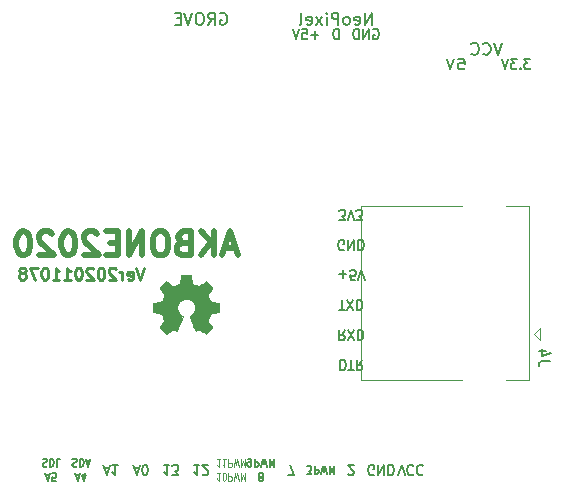
<source format=gbr>
G04 #@! TF.GenerationSoftware,KiCad,Pcbnew,5.1.7-a382d34a8~87~ubuntu20.04.1*
G04 #@! TF.CreationDate,2020-11-07T19:00:24+09:00*
G04 #@! TF.ProjectId,AKBONE2020LGT8F,414b424f-4e45-4323-9032-304c47543846,rev?*
G04 #@! TF.SameCoordinates,Original*
G04 #@! TF.FileFunction,Legend,Bot*
G04 #@! TF.FilePolarity,Positive*
%FSLAX46Y46*%
G04 Gerber Fmt 4.6, Leading zero omitted, Abs format (unit mm)*
G04 Created by KiCad (PCBNEW 5.1.7-a382d34a8~87~ubuntu20.04.1) date 2020-11-07 19:00:24*
%MOMM*%
%LPD*%
G01*
G04 APERTURE LIST*
%ADD10C,0.250000*%
%ADD11C,0.500000*%
%ADD12C,0.170000*%
%ADD13C,0.200000*%
%ADD14C,0.150000*%
%ADD15C,0.125000*%
%ADD16C,0.002540*%
%ADD17C,0.120000*%
G04 APERTURE END LIST*
D10*
X195857142Y-108672380D02*
X195523809Y-109672380D01*
X195190476Y-108672380D01*
X194476190Y-109624761D02*
X194571428Y-109672380D01*
X194761904Y-109672380D01*
X194857142Y-109624761D01*
X194904761Y-109529523D01*
X194904761Y-109148571D01*
X194857142Y-109053333D01*
X194761904Y-109005714D01*
X194571428Y-109005714D01*
X194476190Y-109053333D01*
X194428571Y-109148571D01*
X194428571Y-109243809D01*
X194904761Y-109339047D01*
X194000000Y-109672380D02*
X194000000Y-109005714D01*
X194000000Y-109196190D02*
X193952380Y-109100952D01*
X193904761Y-109053333D01*
X193809523Y-109005714D01*
X193714285Y-109005714D01*
X193428571Y-108767619D02*
X193380952Y-108720000D01*
X193285714Y-108672380D01*
X193047619Y-108672380D01*
X192952380Y-108720000D01*
X192904761Y-108767619D01*
X192857142Y-108862857D01*
X192857142Y-108958095D01*
X192904761Y-109100952D01*
X193476190Y-109672380D01*
X192857142Y-109672380D01*
X192238095Y-108672380D02*
X192142857Y-108672380D01*
X192047619Y-108720000D01*
X192000000Y-108767619D01*
X191952380Y-108862857D01*
X191904761Y-109053333D01*
X191904761Y-109291428D01*
X191952380Y-109481904D01*
X192000000Y-109577142D01*
X192047619Y-109624761D01*
X192142857Y-109672380D01*
X192238095Y-109672380D01*
X192333333Y-109624761D01*
X192380952Y-109577142D01*
X192428571Y-109481904D01*
X192476190Y-109291428D01*
X192476190Y-109053333D01*
X192428571Y-108862857D01*
X192380952Y-108767619D01*
X192333333Y-108720000D01*
X192238095Y-108672380D01*
X191523809Y-108767619D02*
X191476190Y-108720000D01*
X191380952Y-108672380D01*
X191142857Y-108672380D01*
X191047619Y-108720000D01*
X191000000Y-108767619D01*
X190952380Y-108862857D01*
X190952380Y-108958095D01*
X191000000Y-109100952D01*
X191571428Y-109672380D01*
X190952380Y-109672380D01*
X190333333Y-108672380D02*
X190238095Y-108672380D01*
X190142857Y-108720000D01*
X190095238Y-108767619D01*
X190047619Y-108862857D01*
X190000000Y-109053333D01*
X190000000Y-109291428D01*
X190047619Y-109481904D01*
X190095238Y-109577142D01*
X190142857Y-109624761D01*
X190238095Y-109672380D01*
X190333333Y-109672380D01*
X190428571Y-109624761D01*
X190476190Y-109577142D01*
X190523809Y-109481904D01*
X190571428Y-109291428D01*
X190571428Y-109053333D01*
X190523809Y-108862857D01*
X190476190Y-108767619D01*
X190428571Y-108720000D01*
X190333333Y-108672380D01*
X189047619Y-109672380D02*
X189619047Y-109672380D01*
X189333333Y-109672380D02*
X189333333Y-108672380D01*
X189428571Y-108815238D01*
X189523809Y-108910476D01*
X189619047Y-108958095D01*
X188095238Y-109672380D02*
X188666666Y-109672380D01*
X188380952Y-109672380D02*
X188380952Y-108672380D01*
X188476190Y-108815238D01*
X188571428Y-108910476D01*
X188666666Y-108958095D01*
X187476190Y-108672380D02*
X187380952Y-108672380D01*
X187285714Y-108720000D01*
X187238095Y-108767619D01*
X187190476Y-108862857D01*
X187142857Y-109053333D01*
X187142857Y-109291428D01*
X187190476Y-109481904D01*
X187238095Y-109577142D01*
X187285714Y-109624761D01*
X187380952Y-109672380D01*
X187476190Y-109672380D01*
X187571428Y-109624761D01*
X187619047Y-109577142D01*
X187666666Y-109481904D01*
X187714285Y-109291428D01*
X187714285Y-109053333D01*
X187666666Y-108862857D01*
X187619047Y-108767619D01*
X187571428Y-108720000D01*
X187476190Y-108672380D01*
X186809523Y-108672380D02*
X186142857Y-108672380D01*
X186571428Y-109672380D01*
X185619047Y-109100952D02*
X185714285Y-109053333D01*
X185761904Y-109005714D01*
X185809523Y-108910476D01*
X185809523Y-108862857D01*
X185761904Y-108767619D01*
X185714285Y-108720000D01*
X185619047Y-108672380D01*
X185428571Y-108672380D01*
X185333333Y-108720000D01*
X185285714Y-108767619D01*
X185238095Y-108862857D01*
X185238095Y-108910476D01*
X185285714Y-109005714D01*
X185333333Y-109053333D01*
X185428571Y-109100952D01*
X185619047Y-109100952D01*
X185714285Y-109148571D01*
X185761904Y-109196190D01*
X185809523Y-109291428D01*
X185809523Y-109481904D01*
X185761904Y-109577142D01*
X185714285Y-109624761D01*
X185619047Y-109672380D01*
X185428571Y-109672380D01*
X185333333Y-109624761D01*
X185285714Y-109577142D01*
X185238095Y-109481904D01*
X185238095Y-109291428D01*
X185285714Y-109196190D01*
X185333333Y-109148571D01*
X185428571Y-109100952D01*
D11*
X203595714Y-107013333D02*
X202643333Y-107013333D01*
X203786190Y-107584761D02*
X203119523Y-105584761D01*
X202452857Y-107584761D01*
X201786190Y-107584761D02*
X201786190Y-105584761D01*
X200643333Y-107584761D02*
X201500476Y-106441904D01*
X200643333Y-105584761D02*
X201786190Y-106727619D01*
X199119523Y-106537142D02*
X198833809Y-106632380D01*
X198738571Y-106727619D01*
X198643333Y-106918095D01*
X198643333Y-107203809D01*
X198738571Y-107394285D01*
X198833809Y-107489523D01*
X199024285Y-107584761D01*
X199786190Y-107584761D01*
X199786190Y-105584761D01*
X199119523Y-105584761D01*
X198929047Y-105680000D01*
X198833809Y-105775238D01*
X198738571Y-105965714D01*
X198738571Y-106156190D01*
X198833809Y-106346666D01*
X198929047Y-106441904D01*
X199119523Y-106537142D01*
X199786190Y-106537142D01*
X197405238Y-105584761D02*
X197024285Y-105584761D01*
X196833809Y-105680000D01*
X196643333Y-105870476D01*
X196548095Y-106251428D01*
X196548095Y-106918095D01*
X196643333Y-107299047D01*
X196833809Y-107489523D01*
X197024285Y-107584761D01*
X197405238Y-107584761D01*
X197595714Y-107489523D01*
X197786190Y-107299047D01*
X197881428Y-106918095D01*
X197881428Y-106251428D01*
X197786190Y-105870476D01*
X197595714Y-105680000D01*
X197405238Y-105584761D01*
X195690952Y-107584761D02*
X195690952Y-105584761D01*
X194548095Y-107584761D01*
X194548095Y-105584761D01*
X193595714Y-106537142D02*
X192929047Y-106537142D01*
X192643333Y-107584761D02*
X193595714Y-107584761D01*
X193595714Y-105584761D01*
X192643333Y-105584761D01*
X191881428Y-105775238D02*
X191786190Y-105680000D01*
X191595714Y-105584761D01*
X191119523Y-105584761D01*
X190929047Y-105680000D01*
X190833809Y-105775238D01*
X190738571Y-105965714D01*
X190738571Y-106156190D01*
X190833809Y-106441904D01*
X191976666Y-107584761D01*
X190738571Y-107584761D01*
X189500476Y-105584761D02*
X189310000Y-105584761D01*
X189119523Y-105680000D01*
X189024285Y-105775238D01*
X188929047Y-105965714D01*
X188833809Y-106346666D01*
X188833809Y-106822857D01*
X188929047Y-107203809D01*
X189024285Y-107394285D01*
X189119523Y-107489523D01*
X189310000Y-107584761D01*
X189500476Y-107584761D01*
X189690952Y-107489523D01*
X189786190Y-107394285D01*
X189881428Y-107203809D01*
X189976666Y-106822857D01*
X189976666Y-106346666D01*
X189881428Y-105965714D01*
X189786190Y-105775238D01*
X189690952Y-105680000D01*
X189500476Y-105584761D01*
X188071904Y-105775238D02*
X187976666Y-105680000D01*
X187786190Y-105584761D01*
X187310000Y-105584761D01*
X187119523Y-105680000D01*
X187024285Y-105775238D01*
X186929047Y-105965714D01*
X186929047Y-106156190D01*
X187024285Y-106441904D01*
X188167142Y-107584761D01*
X186929047Y-107584761D01*
X185690952Y-105584761D02*
X185500476Y-105584761D01*
X185310000Y-105680000D01*
X185214761Y-105775238D01*
X185119523Y-105965714D01*
X185024285Y-106346666D01*
X185024285Y-106822857D01*
X185119523Y-107203809D01*
X185214761Y-107394285D01*
X185310000Y-107489523D01*
X185500476Y-107584761D01*
X185690952Y-107584761D01*
X185881428Y-107489523D01*
X185976666Y-107394285D01*
X186071904Y-107203809D01*
X186167142Y-106822857D01*
X186167142Y-106346666D01*
X186071904Y-105965714D01*
X185976666Y-105775238D01*
X185881428Y-105680000D01*
X185690952Y-105584761D01*
D12*
X212445714Y-116432857D02*
X212445714Y-117332857D01*
X212636190Y-117332857D01*
X212750476Y-117290000D01*
X212826666Y-117204285D01*
X212864761Y-117118571D01*
X212902857Y-116947142D01*
X212902857Y-116818571D01*
X212864761Y-116647142D01*
X212826666Y-116561428D01*
X212750476Y-116475714D01*
X212636190Y-116432857D01*
X212445714Y-116432857D01*
X213131428Y-117332857D02*
X213588571Y-117332857D01*
X213360000Y-116432857D02*
X213360000Y-117332857D01*
X214312380Y-116432857D02*
X214045714Y-116861428D01*
X213855238Y-116432857D02*
X213855238Y-117332857D01*
X214160000Y-117332857D01*
X214236190Y-117290000D01*
X214274285Y-117247142D01*
X214312380Y-117161428D01*
X214312380Y-117032857D01*
X214274285Y-116947142D01*
X214236190Y-116904285D01*
X214160000Y-116861428D01*
X213855238Y-116861428D01*
X212826666Y-113892857D02*
X212560000Y-114321428D01*
X212369523Y-113892857D02*
X212369523Y-114792857D01*
X212674285Y-114792857D01*
X212750476Y-114750000D01*
X212788571Y-114707142D01*
X212826666Y-114621428D01*
X212826666Y-114492857D01*
X212788571Y-114407142D01*
X212750476Y-114364285D01*
X212674285Y-114321428D01*
X212369523Y-114321428D01*
X213093333Y-114792857D02*
X213626666Y-113892857D01*
X213626666Y-114792857D02*
X213093333Y-113892857D01*
X213931428Y-113892857D02*
X213931428Y-114792857D01*
X214121904Y-114792857D01*
X214236190Y-114750000D01*
X214312380Y-114664285D01*
X214350476Y-114578571D01*
X214388571Y-114407142D01*
X214388571Y-114278571D01*
X214350476Y-114107142D01*
X214312380Y-114021428D01*
X214236190Y-113935714D01*
X214121904Y-113892857D01*
X213931428Y-113892857D01*
X212331428Y-109155714D02*
X212940952Y-109155714D01*
X212636190Y-108812857D02*
X212636190Y-109498571D01*
X213702857Y-109712857D02*
X213321904Y-109712857D01*
X213283809Y-109284285D01*
X213321904Y-109327142D01*
X213398095Y-109370000D01*
X213588571Y-109370000D01*
X213664761Y-109327142D01*
X213702857Y-109284285D01*
X213740952Y-109198571D01*
X213740952Y-108984285D01*
X213702857Y-108898571D01*
X213664761Y-108855714D01*
X213588571Y-108812857D01*
X213398095Y-108812857D01*
X213321904Y-108855714D01*
X213283809Y-108898571D01*
X213969523Y-109712857D02*
X214236190Y-108812857D01*
X214502857Y-109712857D01*
X212350476Y-112252857D02*
X212807619Y-112252857D01*
X212579047Y-111352857D02*
X212579047Y-112252857D01*
X212998095Y-112252857D02*
X213531428Y-111352857D01*
X213531428Y-112252857D02*
X212998095Y-111352857D01*
X213836190Y-111352857D02*
X213836190Y-112252857D01*
X214026666Y-112252857D01*
X214140952Y-112210000D01*
X214217142Y-112124285D01*
X214255238Y-112038571D01*
X214293333Y-111867142D01*
X214293333Y-111738571D01*
X214255238Y-111567142D01*
X214217142Y-111481428D01*
X214140952Y-111395714D01*
X214026666Y-111352857D01*
X213836190Y-111352857D01*
X212750476Y-107130000D02*
X212674285Y-107172857D01*
X212560000Y-107172857D01*
X212445714Y-107130000D01*
X212369523Y-107044285D01*
X212331428Y-106958571D01*
X212293333Y-106787142D01*
X212293333Y-106658571D01*
X212331428Y-106487142D01*
X212369523Y-106401428D01*
X212445714Y-106315714D01*
X212560000Y-106272857D01*
X212636190Y-106272857D01*
X212750476Y-106315714D01*
X212788571Y-106358571D01*
X212788571Y-106658571D01*
X212636190Y-106658571D01*
X213131428Y-106272857D02*
X213131428Y-107172857D01*
X213588571Y-106272857D01*
X213588571Y-107172857D01*
X213969523Y-106272857D02*
X213969523Y-107172857D01*
X214160000Y-107172857D01*
X214274285Y-107130000D01*
X214350476Y-107044285D01*
X214388571Y-106958571D01*
X214426666Y-106787142D01*
X214426666Y-106658571D01*
X214388571Y-106487142D01*
X214350476Y-106401428D01*
X214274285Y-106315714D01*
X214160000Y-106272857D01*
X213969523Y-106272857D01*
X212369523Y-104632857D02*
X212864761Y-104632857D01*
X212598095Y-104290000D01*
X212712380Y-104290000D01*
X212788571Y-104247142D01*
X212826666Y-104204285D01*
X212864761Y-104118571D01*
X212864761Y-103904285D01*
X212826666Y-103818571D01*
X212788571Y-103775714D01*
X212712380Y-103732857D01*
X212483809Y-103732857D01*
X212407619Y-103775714D01*
X212369523Y-103818571D01*
X213093333Y-104632857D02*
X213360000Y-103732857D01*
X213626666Y-104632857D01*
X213817142Y-104632857D02*
X214312380Y-104632857D01*
X214045714Y-104290000D01*
X214160000Y-104290000D01*
X214236190Y-104247142D01*
X214274285Y-104204285D01*
X214312380Y-104118571D01*
X214312380Y-103904285D01*
X214274285Y-103818571D01*
X214236190Y-103775714D01*
X214160000Y-103732857D01*
X213931428Y-103732857D01*
X213855238Y-103775714D01*
X213817142Y-103818571D01*
D13*
X222440476Y-90947142D02*
X222916666Y-90947142D01*
X222964285Y-91375714D01*
X222916666Y-91332857D01*
X222821428Y-91290000D01*
X222583333Y-91290000D01*
X222488095Y-91332857D01*
X222440476Y-91375714D01*
X222392857Y-91461428D01*
X222392857Y-91675714D01*
X222440476Y-91761428D01*
X222488095Y-91804285D01*
X222583333Y-91847142D01*
X222821428Y-91847142D01*
X222916666Y-91804285D01*
X222964285Y-91761428D01*
X222107142Y-90947142D02*
X221773809Y-91847142D01*
X221440476Y-90947142D01*
X228510952Y-90947142D02*
X228015714Y-90947142D01*
X228282380Y-91290000D01*
X228168095Y-91290000D01*
X228091904Y-91332857D01*
X228053809Y-91375714D01*
X228015714Y-91461428D01*
X228015714Y-91675714D01*
X228053809Y-91761428D01*
X228091904Y-91804285D01*
X228168095Y-91847142D01*
X228396666Y-91847142D01*
X228472857Y-91804285D01*
X228510952Y-91761428D01*
X227672857Y-91761428D02*
X227634761Y-91804285D01*
X227672857Y-91847142D01*
X227710952Y-91804285D01*
X227672857Y-91761428D01*
X227672857Y-91847142D01*
X227368095Y-90947142D02*
X226872857Y-90947142D01*
X227139523Y-91290000D01*
X227025238Y-91290000D01*
X226949047Y-91332857D01*
X226910952Y-91375714D01*
X226872857Y-91461428D01*
X226872857Y-91675714D01*
X226910952Y-91761428D01*
X226949047Y-91804285D01*
X227025238Y-91847142D01*
X227253809Y-91847142D01*
X227330000Y-91804285D01*
X227368095Y-91761428D01*
X226644285Y-90947142D02*
X226377619Y-91847142D01*
X226110952Y-90947142D01*
X226123333Y-89622380D02*
X225790000Y-90622380D01*
X225456666Y-89622380D01*
X224551904Y-90527142D02*
X224599523Y-90574761D01*
X224742380Y-90622380D01*
X224837619Y-90622380D01*
X224980476Y-90574761D01*
X225075714Y-90479523D01*
X225123333Y-90384285D01*
X225170952Y-90193809D01*
X225170952Y-90050952D01*
X225123333Y-89860476D01*
X225075714Y-89765238D01*
X224980476Y-89670000D01*
X224837619Y-89622380D01*
X224742380Y-89622380D01*
X224599523Y-89670000D01*
X224551904Y-89717619D01*
X223551904Y-90527142D02*
X223599523Y-90574761D01*
X223742380Y-90622380D01*
X223837619Y-90622380D01*
X223980476Y-90574761D01*
X224075714Y-90479523D01*
X224123333Y-90384285D01*
X224170952Y-90193809D01*
X224170952Y-90050952D01*
X224123333Y-89860476D01*
X224075714Y-89765238D01*
X223980476Y-89670000D01*
X223837619Y-89622380D01*
X223742380Y-89622380D01*
X223599523Y-89670000D01*
X223551904Y-89717619D01*
X215239523Y-88450000D02*
X215315714Y-88407142D01*
X215430000Y-88407142D01*
X215544285Y-88450000D01*
X215620476Y-88535714D01*
X215658571Y-88621428D01*
X215696666Y-88792857D01*
X215696666Y-88921428D01*
X215658571Y-89092857D01*
X215620476Y-89178571D01*
X215544285Y-89264285D01*
X215430000Y-89307142D01*
X215353809Y-89307142D01*
X215239523Y-89264285D01*
X215201428Y-89221428D01*
X215201428Y-88921428D01*
X215353809Y-88921428D01*
X214858571Y-89307142D02*
X214858571Y-88407142D01*
X214401428Y-89307142D01*
X214401428Y-88407142D01*
X214020476Y-89307142D02*
X214020476Y-88407142D01*
X213830000Y-88407142D01*
X213715714Y-88450000D01*
X213639523Y-88535714D01*
X213601428Y-88621428D01*
X213563333Y-88792857D01*
X213563333Y-88921428D01*
X213601428Y-89092857D01*
X213639523Y-89178571D01*
X213715714Y-89264285D01*
X213830000Y-89307142D01*
X214020476Y-89307142D01*
X212299523Y-89307142D02*
X212299523Y-88407142D01*
X212109047Y-88407142D01*
X211994761Y-88450000D01*
X211918571Y-88535714D01*
X211880476Y-88621428D01*
X211842380Y-88792857D01*
X211842380Y-88921428D01*
X211880476Y-89092857D01*
X211918571Y-89178571D01*
X211994761Y-89264285D01*
X212109047Y-89307142D01*
X212299523Y-89307142D01*
X210578571Y-88964285D02*
X209969047Y-88964285D01*
X210273809Y-89307142D02*
X210273809Y-88621428D01*
X209207142Y-88407142D02*
X209588095Y-88407142D01*
X209626190Y-88835714D01*
X209588095Y-88792857D01*
X209511904Y-88750000D01*
X209321428Y-88750000D01*
X209245238Y-88792857D01*
X209207142Y-88835714D01*
X209169047Y-88921428D01*
X209169047Y-89135714D01*
X209207142Y-89221428D01*
X209245238Y-89264285D01*
X209321428Y-89307142D01*
X209511904Y-89307142D01*
X209588095Y-89264285D01*
X209626190Y-89221428D01*
X208940476Y-88407142D02*
X208673809Y-89307142D01*
X208407142Y-88407142D01*
X215090000Y-88082380D02*
X215090000Y-87082380D01*
X214518571Y-88082380D01*
X214518571Y-87082380D01*
X213661428Y-88034761D02*
X213756666Y-88082380D01*
X213947142Y-88082380D01*
X214042380Y-88034761D01*
X214090000Y-87939523D01*
X214090000Y-87558571D01*
X214042380Y-87463333D01*
X213947142Y-87415714D01*
X213756666Y-87415714D01*
X213661428Y-87463333D01*
X213613809Y-87558571D01*
X213613809Y-87653809D01*
X214090000Y-87749047D01*
X213042380Y-88082380D02*
X213137619Y-88034761D01*
X213185238Y-87987142D01*
X213232857Y-87891904D01*
X213232857Y-87606190D01*
X213185238Y-87510952D01*
X213137619Y-87463333D01*
X213042380Y-87415714D01*
X212899523Y-87415714D01*
X212804285Y-87463333D01*
X212756666Y-87510952D01*
X212709047Y-87606190D01*
X212709047Y-87891904D01*
X212756666Y-87987142D01*
X212804285Y-88034761D01*
X212899523Y-88082380D01*
X213042380Y-88082380D01*
X212280476Y-88082380D02*
X212280476Y-87082380D01*
X211899523Y-87082380D01*
X211804285Y-87130000D01*
X211756666Y-87177619D01*
X211709047Y-87272857D01*
X211709047Y-87415714D01*
X211756666Y-87510952D01*
X211804285Y-87558571D01*
X211899523Y-87606190D01*
X212280476Y-87606190D01*
X211280476Y-88082380D02*
X211280476Y-87415714D01*
X211280476Y-87082380D02*
X211328095Y-87130000D01*
X211280476Y-87177619D01*
X211232857Y-87130000D01*
X211280476Y-87082380D01*
X211280476Y-87177619D01*
X210899523Y-88082380D02*
X210375714Y-87415714D01*
X210899523Y-87415714D02*
X210375714Y-88082380D01*
X209613809Y-88034761D02*
X209709047Y-88082380D01*
X209899523Y-88082380D01*
X209994761Y-88034761D01*
X210042380Y-87939523D01*
X210042380Y-87558571D01*
X209994761Y-87463333D01*
X209899523Y-87415714D01*
X209709047Y-87415714D01*
X209613809Y-87463333D01*
X209566190Y-87558571D01*
X209566190Y-87653809D01*
X210042380Y-87749047D01*
X208994761Y-88082380D02*
X209090000Y-88034761D01*
X209137619Y-87939523D01*
X209137619Y-87082380D01*
X202302857Y-87130000D02*
X202398095Y-87082380D01*
X202540952Y-87082380D01*
X202683809Y-87130000D01*
X202779047Y-87225238D01*
X202826666Y-87320476D01*
X202874285Y-87510952D01*
X202874285Y-87653809D01*
X202826666Y-87844285D01*
X202779047Y-87939523D01*
X202683809Y-88034761D01*
X202540952Y-88082380D01*
X202445714Y-88082380D01*
X202302857Y-88034761D01*
X202255238Y-87987142D01*
X202255238Y-87653809D01*
X202445714Y-87653809D01*
X201255238Y-88082380D02*
X201588571Y-87606190D01*
X201826666Y-88082380D02*
X201826666Y-87082380D01*
X201445714Y-87082380D01*
X201350476Y-87130000D01*
X201302857Y-87177619D01*
X201255238Y-87272857D01*
X201255238Y-87415714D01*
X201302857Y-87510952D01*
X201350476Y-87558571D01*
X201445714Y-87606190D01*
X201826666Y-87606190D01*
X200636190Y-87082380D02*
X200445714Y-87082380D01*
X200350476Y-87130000D01*
X200255238Y-87225238D01*
X200207619Y-87415714D01*
X200207619Y-87749047D01*
X200255238Y-87939523D01*
X200350476Y-88034761D01*
X200445714Y-88082380D01*
X200636190Y-88082380D01*
X200731428Y-88034761D01*
X200826666Y-87939523D01*
X200874285Y-87749047D01*
X200874285Y-87415714D01*
X200826666Y-87225238D01*
X200731428Y-87130000D01*
X200636190Y-87082380D01*
X199921904Y-87082380D02*
X199588571Y-88082380D01*
X199255238Y-87082380D01*
X198921904Y-87558571D02*
X198588571Y-87558571D01*
X198445714Y-88082380D02*
X198921904Y-88082380D01*
X198921904Y-87082380D01*
X198445714Y-87082380D01*
D14*
X205682857Y-126413333D02*
X205625714Y-126446666D01*
X205597142Y-126480000D01*
X205568571Y-126546666D01*
X205568571Y-126580000D01*
X205597142Y-126646666D01*
X205625714Y-126680000D01*
X205682857Y-126713333D01*
X205797142Y-126713333D01*
X205854285Y-126680000D01*
X205882857Y-126646666D01*
X205911428Y-126580000D01*
X205911428Y-126546666D01*
X205882857Y-126480000D01*
X205854285Y-126446666D01*
X205797142Y-126413333D01*
X205682857Y-126413333D01*
X205625714Y-126380000D01*
X205597142Y-126346666D01*
X205568571Y-126280000D01*
X205568571Y-126146666D01*
X205597142Y-126080000D01*
X205625714Y-126046666D01*
X205682857Y-126013333D01*
X205797142Y-126013333D01*
X205854285Y-126046666D01*
X205882857Y-126080000D01*
X205911428Y-126146666D01*
X205911428Y-126280000D01*
X205882857Y-126346666D01*
X205854285Y-126380000D01*
X205797142Y-126413333D01*
X204640000Y-124813333D02*
X204754285Y-124813333D01*
X204811428Y-124846666D01*
X204840000Y-124880000D01*
X204897142Y-124980000D01*
X204925714Y-125113333D01*
X204925714Y-125380000D01*
X204897142Y-125446666D01*
X204868571Y-125480000D01*
X204811428Y-125513333D01*
X204697142Y-125513333D01*
X204640000Y-125480000D01*
X204611428Y-125446666D01*
X204582857Y-125380000D01*
X204582857Y-125213333D01*
X204611428Y-125146666D01*
X204640000Y-125113333D01*
X204697142Y-125080000D01*
X204811428Y-125080000D01*
X204868571Y-125113333D01*
X204897142Y-125146666D01*
X204925714Y-125213333D01*
X205182857Y-124813333D02*
X205182857Y-125513333D01*
X205411428Y-125513333D01*
X205468571Y-125480000D01*
X205497142Y-125446666D01*
X205525714Y-125380000D01*
X205525714Y-125280000D01*
X205497142Y-125213333D01*
X205468571Y-125180000D01*
X205411428Y-125146666D01*
X205182857Y-125146666D01*
X205725714Y-125513333D02*
X205868571Y-124813333D01*
X205982857Y-125313333D01*
X206097142Y-124813333D01*
X206240000Y-125513333D01*
X206468571Y-124813333D02*
X206468571Y-125513333D01*
X206668571Y-125013333D01*
X206868571Y-125513333D01*
X206868571Y-124813333D01*
X190071428Y-126213333D02*
X190357142Y-126213333D01*
X190014285Y-126013333D02*
X190214285Y-126713333D01*
X190414285Y-126013333D01*
X190871428Y-126480000D02*
X190871428Y-126013333D01*
X190728571Y-126746666D02*
X190585714Y-126246666D01*
X190957142Y-126246666D01*
X189771428Y-124846666D02*
X189857142Y-124813333D01*
X190000000Y-124813333D01*
X190057142Y-124846666D01*
X190085714Y-124880000D01*
X190114285Y-124946666D01*
X190114285Y-125013333D01*
X190085714Y-125080000D01*
X190057142Y-125113333D01*
X190000000Y-125146666D01*
X189885714Y-125180000D01*
X189828571Y-125213333D01*
X189800000Y-125246666D01*
X189771428Y-125313333D01*
X189771428Y-125380000D01*
X189800000Y-125446666D01*
X189828571Y-125480000D01*
X189885714Y-125513333D01*
X190028571Y-125513333D01*
X190114285Y-125480000D01*
X190371428Y-124813333D02*
X190371428Y-125513333D01*
X190514285Y-125513333D01*
X190600000Y-125480000D01*
X190657142Y-125413333D01*
X190685714Y-125346666D01*
X190714285Y-125213333D01*
X190714285Y-125113333D01*
X190685714Y-124980000D01*
X190657142Y-124913333D01*
X190600000Y-124846666D01*
X190514285Y-124813333D01*
X190371428Y-124813333D01*
X190942857Y-125013333D02*
X191228571Y-125013333D01*
X190885714Y-124813333D02*
X191085714Y-125513333D01*
X191285714Y-124813333D01*
X187531428Y-126213333D02*
X187817142Y-126213333D01*
X187474285Y-126013333D02*
X187674285Y-126713333D01*
X187874285Y-126013333D01*
X188360000Y-126713333D02*
X188074285Y-126713333D01*
X188045714Y-126380000D01*
X188074285Y-126413333D01*
X188131428Y-126446666D01*
X188274285Y-126446666D01*
X188331428Y-126413333D01*
X188360000Y-126380000D01*
X188388571Y-126313333D01*
X188388571Y-126146666D01*
X188360000Y-126080000D01*
X188331428Y-126046666D01*
X188274285Y-126013333D01*
X188131428Y-126013333D01*
X188074285Y-126046666D01*
X188045714Y-126080000D01*
X187245714Y-124846666D02*
X187331428Y-124813333D01*
X187474285Y-124813333D01*
X187531428Y-124846666D01*
X187560000Y-124880000D01*
X187588571Y-124946666D01*
X187588571Y-125013333D01*
X187560000Y-125080000D01*
X187531428Y-125113333D01*
X187474285Y-125146666D01*
X187360000Y-125180000D01*
X187302857Y-125213333D01*
X187274285Y-125246666D01*
X187245714Y-125313333D01*
X187245714Y-125380000D01*
X187274285Y-125446666D01*
X187302857Y-125480000D01*
X187360000Y-125513333D01*
X187502857Y-125513333D01*
X187588571Y-125480000D01*
X187845714Y-124813333D02*
X187845714Y-125513333D01*
X187988571Y-125513333D01*
X188074285Y-125480000D01*
X188131428Y-125413333D01*
X188160000Y-125346666D01*
X188188571Y-125213333D01*
X188188571Y-125113333D01*
X188160000Y-124980000D01*
X188131428Y-124913333D01*
X188074285Y-124846666D01*
X187988571Y-124813333D01*
X187845714Y-124813333D01*
X188731428Y-124813333D02*
X188445714Y-124813333D01*
X188445714Y-125513333D01*
D12*
X195008571Y-125580000D02*
X195389523Y-125580000D01*
X194932380Y-125322857D02*
X195199047Y-126222857D01*
X195465714Y-125322857D01*
X195884761Y-126222857D02*
X195960952Y-126222857D01*
X196037142Y-126180000D01*
X196075238Y-126137142D01*
X196113333Y-126051428D01*
X196151428Y-125880000D01*
X196151428Y-125665714D01*
X196113333Y-125494285D01*
X196075238Y-125408571D01*
X196037142Y-125365714D01*
X195960952Y-125322857D01*
X195884761Y-125322857D01*
X195808571Y-125365714D01*
X195770476Y-125408571D01*
X195732380Y-125494285D01*
X195694285Y-125665714D01*
X195694285Y-125880000D01*
X195732380Y-126051428D01*
X195770476Y-126137142D01*
X195808571Y-126180000D01*
X195884761Y-126222857D01*
X197967619Y-125322857D02*
X197510476Y-125322857D01*
X197739047Y-125322857D02*
X197739047Y-126222857D01*
X197662857Y-126094285D01*
X197586666Y-126008571D01*
X197510476Y-125965714D01*
X198234285Y-126222857D02*
X198729523Y-126222857D01*
X198462857Y-125880000D01*
X198577142Y-125880000D01*
X198653333Y-125837142D01*
X198691428Y-125794285D01*
X198729523Y-125708571D01*
X198729523Y-125494285D01*
X198691428Y-125408571D01*
X198653333Y-125365714D01*
X198577142Y-125322857D01*
X198348571Y-125322857D01*
X198272380Y-125365714D01*
X198234285Y-125408571D01*
X217373333Y-126222857D02*
X217640000Y-125322857D01*
X217906666Y-126222857D01*
X218630476Y-125408571D02*
X218592380Y-125365714D01*
X218478095Y-125322857D01*
X218401904Y-125322857D01*
X218287619Y-125365714D01*
X218211428Y-125451428D01*
X218173333Y-125537142D01*
X218135238Y-125708571D01*
X218135238Y-125837142D01*
X218173333Y-126008571D01*
X218211428Y-126094285D01*
X218287619Y-126180000D01*
X218401904Y-126222857D01*
X218478095Y-126222857D01*
X218592380Y-126180000D01*
X218630476Y-126137142D01*
X219430476Y-125408571D02*
X219392380Y-125365714D01*
X219278095Y-125322857D01*
X219201904Y-125322857D01*
X219087619Y-125365714D01*
X219011428Y-125451428D01*
X218973333Y-125537142D01*
X218935238Y-125708571D01*
X218935238Y-125837142D01*
X218973333Y-126008571D01*
X219011428Y-126094285D01*
X219087619Y-126180000D01*
X219201904Y-126222857D01*
X219278095Y-126222857D01*
X219392380Y-126180000D01*
X219430476Y-126137142D01*
X192468571Y-125580000D02*
X192849523Y-125580000D01*
X192392380Y-125322857D02*
X192659047Y-126222857D01*
X192925714Y-125322857D01*
X193611428Y-125322857D02*
X193154285Y-125322857D01*
X193382857Y-125322857D02*
X193382857Y-126222857D01*
X193306666Y-126094285D01*
X193230476Y-126008571D01*
X193154285Y-125965714D01*
D15*
X202283333Y-126000833D02*
X201997619Y-126000833D01*
X202140476Y-126000833D02*
X202140476Y-126700833D01*
X202092857Y-126600833D01*
X202045238Y-126534166D01*
X201997619Y-126500833D01*
X202592857Y-126700833D02*
X202640476Y-126700833D01*
X202688095Y-126667500D01*
X202711904Y-126634166D01*
X202735714Y-126567500D01*
X202759523Y-126434166D01*
X202759523Y-126267500D01*
X202735714Y-126134166D01*
X202711904Y-126067500D01*
X202688095Y-126034166D01*
X202640476Y-126000833D01*
X202592857Y-126000833D01*
X202545238Y-126034166D01*
X202521428Y-126067500D01*
X202497619Y-126134166D01*
X202473809Y-126267500D01*
X202473809Y-126434166D01*
X202497619Y-126567500D01*
X202521428Y-126634166D01*
X202545238Y-126667500D01*
X202592857Y-126700833D01*
X202973809Y-126000833D02*
X202973809Y-126700833D01*
X203164285Y-126700833D01*
X203211904Y-126667500D01*
X203235714Y-126634166D01*
X203259523Y-126567500D01*
X203259523Y-126467500D01*
X203235714Y-126400833D01*
X203211904Y-126367500D01*
X203164285Y-126334166D01*
X202973809Y-126334166D01*
X203426190Y-126700833D02*
X203545238Y-126000833D01*
X203640476Y-126500833D01*
X203735714Y-126000833D01*
X203854761Y-126700833D01*
X204045238Y-126000833D02*
X204045238Y-126700833D01*
X204211904Y-126200833D01*
X204378571Y-126700833D01*
X204378571Y-126000833D01*
X202283333Y-124825833D02*
X201997619Y-124825833D01*
X202140476Y-124825833D02*
X202140476Y-125525833D01*
X202092857Y-125425833D01*
X202045238Y-125359166D01*
X201997619Y-125325833D01*
X202759523Y-124825833D02*
X202473809Y-124825833D01*
X202616666Y-124825833D02*
X202616666Y-125525833D01*
X202569047Y-125425833D01*
X202521428Y-125359166D01*
X202473809Y-125325833D01*
X202973809Y-124825833D02*
X202973809Y-125525833D01*
X203164285Y-125525833D01*
X203211904Y-125492500D01*
X203235714Y-125459166D01*
X203259523Y-125392500D01*
X203259523Y-125292500D01*
X203235714Y-125225833D01*
X203211904Y-125192500D01*
X203164285Y-125159166D01*
X202973809Y-125159166D01*
X203426190Y-125525833D02*
X203545238Y-124825833D01*
X203640476Y-125325833D01*
X203735714Y-124825833D01*
X203854761Y-125525833D01*
X204045238Y-124825833D02*
X204045238Y-125525833D01*
X204211904Y-125025833D01*
X204378571Y-125525833D01*
X204378571Y-124825833D01*
D12*
X208013333Y-126222857D02*
X208546666Y-126222857D01*
X208203809Y-125322857D01*
X200507619Y-125322857D02*
X200050476Y-125322857D01*
X200279047Y-125322857D02*
X200279047Y-126222857D01*
X200202857Y-126094285D01*
X200126666Y-126008571D01*
X200050476Y-125965714D01*
X200812380Y-126137142D02*
X200850476Y-126180000D01*
X200926666Y-126222857D01*
X201117142Y-126222857D01*
X201193333Y-126180000D01*
X201231428Y-126137142D01*
X201269523Y-126051428D01*
X201269523Y-125965714D01*
X201231428Y-125837142D01*
X200774285Y-125322857D01*
X201269523Y-125322857D01*
X213131428Y-126137142D02*
X213169523Y-126180000D01*
X213245714Y-126222857D01*
X213436190Y-126222857D01*
X213512380Y-126180000D01*
X213550476Y-126137142D01*
X213588571Y-126051428D01*
X213588571Y-125965714D01*
X213550476Y-125837142D01*
X213093333Y-125322857D01*
X213588571Y-125322857D01*
D14*
X209634285Y-126113333D02*
X210005714Y-126113333D01*
X209805714Y-125846666D01*
X209891428Y-125846666D01*
X209948571Y-125813333D01*
X209977142Y-125780000D01*
X210005714Y-125713333D01*
X210005714Y-125546666D01*
X209977142Y-125480000D01*
X209948571Y-125446666D01*
X209891428Y-125413333D01*
X209720000Y-125413333D01*
X209662857Y-125446666D01*
X209634285Y-125480000D01*
X210262857Y-125413333D02*
X210262857Y-126113333D01*
X210491428Y-126113333D01*
X210548571Y-126080000D01*
X210577142Y-126046666D01*
X210605714Y-125980000D01*
X210605714Y-125880000D01*
X210577142Y-125813333D01*
X210548571Y-125780000D01*
X210491428Y-125746666D01*
X210262857Y-125746666D01*
X210805714Y-126113333D02*
X210948571Y-125413333D01*
X211062857Y-125913333D01*
X211177142Y-125413333D01*
X211320000Y-126113333D01*
X211548571Y-125413333D02*
X211548571Y-126113333D01*
X211748571Y-125613333D01*
X211948571Y-126113333D01*
X211948571Y-125413333D01*
D12*
X215290476Y-126180000D02*
X215214285Y-126222857D01*
X215100000Y-126222857D01*
X214985714Y-126180000D01*
X214909523Y-126094285D01*
X214871428Y-126008571D01*
X214833333Y-125837142D01*
X214833333Y-125708571D01*
X214871428Y-125537142D01*
X214909523Y-125451428D01*
X214985714Y-125365714D01*
X215100000Y-125322857D01*
X215176190Y-125322857D01*
X215290476Y-125365714D01*
X215328571Y-125408571D01*
X215328571Y-125708571D01*
X215176190Y-125708571D01*
X215671428Y-125322857D02*
X215671428Y-126222857D01*
X216128571Y-125322857D01*
X216128571Y-126222857D01*
X216509523Y-125322857D02*
X216509523Y-126222857D01*
X216700000Y-126222857D01*
X216814285Y-126180000D01*
X216890476Y-126094285D01*
X216928571Y-126008571D01*
X216966666Y-125837142D01*
X216966666Y-125708571D01*
X216928571Y-125537142D01*
X216890476Y-125451428D01*
X216814285Y-125365714D01*
X216700000Y-125322857D01*
X216509523Y-125322857D01*
D16*
G36*
X201076560Y-114259360D02*
G01*
X201046080Y-114244120D01*
X200982580Y-114203480D01*
X200888600Y-114142520D01*
X200779380Y-114068860D01*
X200667620Y-113992660D01*
X200578720Y-113931700D01*
X200515220Y-113891060D01*
X200487280Y-113878360D01*
X200474580Y-113883440D01*
X200421240Y-113908840D01*
X200345040Y-113946940D01*
X200301860Y-113969800D01*
X200230740Y-114000280D01*
X200197720Y-114005360D01*
X200190100Y-113997740D01*
X200164700Y-113944400D01*
X200126600Y-113852960D01*
X200073260Y-113731040D01*
X200012300Y-113591340D01*
X199948800Y-113438940D01*
X199882760Y-113284000D01*
X199821800Y-113134140D01*
X199768460Y-113002060D01*
X199725280Y-112892840D01*
X199694800Y-112819180D01*
X199684640Y-112786160D01*
X199687180Y-112778540D01*
X199722740Y-112745520D01*
X199783700Y-112699800D01*
X199915780Y-112593120D01*
X200045320Y-112430560D01*
X200124060Y-112245140D01*
X200152000Y-112041940D01*
X200129140Y-111851440D01*
X200052940Y-111668560D01*
X199925940Y-111506000D01*
X199773540Y-111384080D01*
X199593200Y-111305340D01*
X199390000Y-111282480D01*
X199196960Y-111302800D01*
X199011540Y-111376460D01*
X198846440Y-111500920D01*
X198777860Y-111582200D01*
X198681340Y-111747300D01*
X198628000Y-111925100D01*
X198620380Y-111970820D01*
X198630540Y-112166400D01*
X198686420Y-112351820D01*
X198790560Y-112519460D01*
X198932800Y-112656620D01*
X198950580Y-112671860D01*
X199019160Y-112720120D01*
X199062340Y-112755680D01*
X199097900Y-112783620D01*
X198848980Y-113383060D01*
X198808340Y-113477040D01*
X198739760Y-113642140D01*
X198681340Y-113781840D01*
X198633080Y-113893600D01*
X198600060Y-113969800D01*
X198584820Y-114000280D01*
X198582280Y-114000280D01*
X198561960Y-114005360D01*
X198516240Y-113987580D01*
X198432420Y-113946940D01*
X198376540Y-113919000D01*
X198313040Y-113888520D01*
X198285100Y-113878360D01*
X198259700Y-113891060D01*
X198198740Y-113929160D01*
X198109840Y-113990120D01*
X198003160Y-114063780D01*
X197901560Y-114132360D01*
X197807580Y-114193320D01*
X197739000Y-114236500D01*
X197705980Y-114254280D01*
X197700900Y-114254280D01*
X197670420Y-114239040D01*
X197617080Y-114193320D01*
X197535800Y-114117120D01*
X197418960Y-114002820D01*
X197401180Y-113985040D01*
X197307200Y-113888520D01*
X197231000Y-113807240D01*
X197177660Y-113751360D01*
X197159880Y-113723420D01*
X197177660Y-113690400D01*
X197220840Y-113624360D01*
X197281800Y-113527840D01*
X197358000Y-113416080D01*
X197556120Y-113129060D01*
X197446900Y-112857280D01*
X197413880Y-112773460D01*
X197370700Y-112671860D01*
X197340220Y-112600740D01*
X197324980Y-112567720D01*
X197294500Y-112557560D01*
X197220840Y-112539780D01*
X197111620Y-112516920D01*
X196982080Y-112494060D01*
X196860160Y-112471200D01*
X196750940Y-112450880D01*
X196669660Y-112435640D01*
X196634100Y-112428020D01*
X196623940Y-112422940D01*
X196618860Y-112405160D01*
X196613780Y-112367060D01*
X196611240Y-112301020D01*
X196608700Y-112194340D01*
X196608700Y-112041940D01*
X196608700Y-112024160D01*
X196611240Y-111876840D01*
X196613780Y-111762540D01*
X196616320Y-111686340D01*
X196621400Y-111655860D01*
X196656960Y-111648240D01*
X196735700Y-111630460D01*
X196844920Y-111610140D01*
X196977000Y-111584740D01*
X196987160Y-111582200D01*
X197116700Y-111556800D01*
X197228460Y-111533940D01*
X197304660Y-111516160D01*
X197337680Y-111506000D01*
X197345300Y-111495840D01*
X197370700Y-111445040D01*
X197408800Y-111363760D01*
X197451980Y-111264700D01*
X197495160Y-111160560D01*
X197533260Y-111069120D01*
X197558660Y-110998000D01*
X197566280Y-110967520D01*
X197563740Y-110967520D01*
X197545960Y-110934500D01*
X197500240Y-110865920D01*
X197436740Y-110771940D01*
X197358000Y-110660180D01*
X197352920Y-110652560D01*
X197276720Y-110540800D01*
X197215760Y-110446820D01*
X197175120Y-110378240D01*
X197159880Y-110347760D01*
X197185280Y-110314740D01*
X197241160Y-110251240D01*
X197322440Y-110164880D01*
X197421500Y-110068360D01*
X197451980Y-110037880D01*
X197558660Y-109931200D01*
X197634860Y-109862620D01*
X197680580Y-109824520D01*
X197703440Y-109816900D01*
X197705980Y-109816900D01*
X197739000Y-109837220D01*
X197807580Y-109882940D01*
X197904100Y-109948980D01*
X198015860Y-110025180D01*
X198023480Y-110030260D01*
X198135240Y-110106460D01*
X198229220Y-110169960D01*
X198295260Y-110213140D01*
X198323200Y-110230920D01*
X198328280Y-110230920D01*
X198374000Y-110215680D01*
X198452740Y-110187740D01*
X198549260Y-110152180D01*
X198653400Y-110109000D01*
X198744840Y-110070900D01*
X198815960Y-110037880D01*
X198848980Y-110020100D01*
X198848980Y-110017560D01*
X198861680Y-109979460D01*
X198882000Y-109895640D01*
X198904860Y-109781340D01*
X198930260Y-109644180D01*
X198935340Y-109621320D01*
X198960740Y-109489240D01*
X198981060Y-109380020D01*
X198996300Y-109303820D01*
X199003920Y-109273340D01*
X199024240Y-109268260D01*
X199087740Y-109263180D01*
X199186800Y-109260640D01*
X199306180Y-109260640D01*
X199430640Y-109260640D01*
X199555100Y-109263180D01*
X199659240Y-109268260D01*
X199735440Y-109273340D01*
X199765920Y-109278420D01*
X199765920Y-109280960D01*
X199778620Y-109321600D01*
X199796400Y-109405420D01*
X199819260Y-109519720D01*
X199847200Y-109656880D01*
X199852280Y-109682280D01*
X199875140Y-109814360D01*
X199898000Y-109921040D01*
X199913240Y-109997240D01*
X199923400Y-110025180D01*
X199933560Y-110032800D01*
X199989440Y-110055660D01*
X200078340Y-110093760D01*
X200187560Y-110136940D01*
X200441560Y-110241080D01*
X200753980Y-110025180D01*
X200784460Y-110007400D01*
X200896220Y-109931200D01*
X200987660Y-109867700D01*
X201051160Y-109827060D01*
X201079100Y-109811820D01*
X201081640Y-109814360D01*
X201112120Y-109839760D01*
X201173080Y-109898180D01*
X201259440Y-109982000D01*
X201355960Y-110078520D01*
X201429620Y-110152180D01*
X201515980Y-110238540D01*
X201569320Y-110296960D01*
X201599800Y-110335060D01*
X201609960Y-110357920D01*
X201607420Y-110373160D01*
X201587100Y-110406180D01*
X201541380Y-110474760D01*
X201477880Y-110568740D01*
X201401680Y-110680500D01*
X201338180Y-110771940D01*
X201272140Y-110876080D01*
X201226420Y-110952280D01*
X201211180Y-110987840D01*
X201216260Y-111003080D01*
X201236580Y-111064040D01*
X201274680Y-111158020D01*
X201320400Y-111267240D01*
X201429620Y-111513620D01*
X201592180Y-111546640D01*
X201691240Y-111564420D01*
X201828400Y-111589820D01*
X201957940Y-111615220D01*
X202163680Y-111655860D01*
X202171300Y-112407700D01*
X202140820Y-112422940D01*
X202110340Y-112430560D01*
X202034140Y-112448340D01*
X201924920Y-112468660D01*
X201797920Y-112494060D01*
X201688700Y-112514380D01*
X201576940Y-112534700D01*
X201498200Y-112549940D01*
X201462640Y-112557560D01*
X201455020Y-112567720D01*
X201427080Y-112621060D01*
X201388980Y-112707420D01*
X201345800Y-112809020D01*
X201300080Y-112913160D01*
X201261980Y-113012220D01*
X201234040Y-113085880D01*
X201223880Y-113123980D01*
X201239120Y-113151920D01*
X201282300Y-113217960D01*
X201343260Y-113309400D01*
X201416920Y-113418620D01*
X201490580Y-113527840D01*
X201554080Y-113621820D01*
X201597260Y-113687860D01*
X201617580Y-113718340D01*
X201607420Y-113741200D01*
X201564240Y-113792000D01*
X201480420Y-113878360D01*
X201358500Y-114000280D01*
X201338180Y-114018060D01*
X201241660Y-114112040D01*
X201157840Y-114188240D01*
X201101960Y-114239040D01*
X201076560Y-114259360D01*
G37*
X201076560Y-114259360D02*
X201046080Y-114244120D01*
X200982580Y-114203480D01*
X200888600Y-114142520D01*
X200779380Y-114068860D01*
X200667620Y-113992660D01*
X200578720Y-113931700D01*
X200515220Y-113891060D01*
X200487280Y-113878360D01*
X200474580Y-113883440D01*
X200421240Y-113908840D01*
X200345040Y-113946940D01*
X200301860Y-113969800D01*
X200230740Y-114000280D01*
X200197720Y-114005360D01*
X200190100Y-113997740D01*
X200164700Y-113944400D01*
X200126600Y-113852960D01*
X200073260Y-113731040D01*
X200012300Y-113591340D01*
X199948800Y-113438940D01*
X199882760Y-113284000D01*
X199821800Y-113134140D01*
X199768460Y-113002060D01*
X199725280Y-112892840D01*
X199694800Y-112819180D01*
X199684640Y-112786160D01*
X199687180Y-112778540D01*
X199722740Y-112745520D01*
X199783700Y-112699800D01*
X199915780Y-112593120D01*
X200045320Y-112430560D01*
X200124060Y-112245140D01*
X200152000Y-112041940D01*
X200129140Y-111851440D01*
X200052940Y-111668560D01*
X199925940Y-111506000D01*
X199773540Y-111384080D01*
X199593200Y-111305340D01*
X199390000Y-111282480D01*
X199196960Y-111302800D01*
X199011540Y-111376460D01*
X198846440Y-111500920D01*
X198777860Y-111582200D01*
X198681340Y-111747300D01*
X198628000Y-111925100D01*
X198620380Y-111970820D01*
X198630540Y-112166400D01*
X198686420Y-112351820D01*
X198790560Y-112519460D01*
X198932800Y-112656620D01*
X198950580Y-112671860D01*
X199019160Y-112720120D01*
X199062340Y-112755680D01*
X199097900Y-112783620D01*
X198848980Y-113383060D01*
X198808340Y-113477040D01*
X198739760Y-113642140D01*
X198681340Y-113781840D01*
X198633080Y-113893600D01*
X198600060Y-113969800D01*
X198584820Y-114000280D01*
X198582280Y-114000280D01*
X198561960Y-114005360D01*
X198516240Y-113987580D01*
X198432420Y-113946940D01*
X198376540Y-113919000D01*
X198313040Y-113888520D01*
X198285100Y-113878360D01*
X198259700Y-113891060D01*
X198198740Y-113929160D01*
X198109840Y-113990120D01*
X198003160Y-114063780D01*
X197901560Y-114132360D01*
X197807580Y-114193320D01*
X197739000Y-114236500D01*
X197705980Y-114254280D01*
X197700900Y-114254280D01*
X197670420Y-114239040D01*
X197617080Y-114193320D01*
X197535800Y-114117120D01*
X197418960Y-114002820D01*
X197401180Y-113985040D01*
X197307200Y-113888520D01*
X197231000Y-113807240D01*
X197177660Y-113751360D01*
X197159880Y-113723420D01*
X197177660Y-113690400D01*
X197220840Y-113624360D01*
X197281800Y-113527840D01*
X197358000Y-113416080D01*
X197556120Y-113129060D01*
X197446900Y-112857280D01*
X197413880Y-112773460D01*
X197370700Y-112671860D01*
X197340220Y-112600740D01*
X197324980Y-112567720D01*
X197294500Y-112557560D01*
X197220840Y-112539780D01*
X197111620Y-112516920D01*
X196982080Y-112494060D01*
X196860160Y-112471200D01*
X196750940Y-112450880D01*
X196669660Y-112435640D01*
X196634100Y-112428020D01*
X196623940Y-112422940D01*
X196618860Y-112405160D01*
X196613780Y-112367060D01*
X196611240Y-112301020D01*
X196608700Y-112194340D01*
X196608700Y-112041940D01*
X196608700Y-112024160D01*
X196611240Y-111876840D01*
X196613780Y-111762540D01*
X196616320Y-111686340D01*
X196621400Y-111655860D01*
X196656960Y-111648240D01*
X196735700Y-111630460D01*
X196844920Y-111610140D01*
X196977000Y-111584740D01*
X196987160Y-111582200D01*
X197116700Y-111556800D01*
X197228460Y-111533940D01*
X197304660Y-111516160D01*
X197337680Y-111506000D01*
X197345300Y-111495840D01*
X197370700Y-111445040D01*
X197408800Y-111363760D01*
X197451980Y-111264700D01*
X197495160Y-111160560D01*
X197533260Y-111069120D01*
X197558660Y-110998000D01*
X197566280Y-110967520D01*
X197563740Y-110967520D01*
X197545960Y-110934500D01*
X197500240Y-110865920D01*
X197436740Y-110771940D01*
X197358000Y-110660180D01*
X197352920Y-110652560D01*
X197276720Y-110540800D01*
X197215760Y-110446820D01*
X197175120Y-110378240D01*
X197159880Y-110347760D01*
X197185280Y-110314740D01*
X197241160Y-110251240D01*
X197322440Y-110164880D01*
X197421500Y-110068360D01*
X197451980Y-110037880D01*
X197558660Y-109931200D01*
X197634860Y-109862620D01*
X197680580Y-109824520D01*
X197703440Y-109816900D01*
X197705980Y-109816900D01*
X197739000Y-109837220D01*
X197807580Y-109882940D01*
X197904100Y-109948980D01*
X198015860Y-110025180D01*
X198023480Y-110030260D01*
X198135240Y-110106460D01*
X198229220Y-110169960D01*
X198295260Y-110213140D01*
X198323200Y-110230920D01*
X198328280Y-110230920D01*
X198374000Y-110215680D01*
X198452740Y-110187740D01*
X198549260Y-110152180D01*
X198653400Y-110109000D01*
X198744840Y-110070900D01*
X198815960Y-110037880D01*
X198848980Y-110020100D01*
X198848980Y-110017560D01*
X198861680Y-109979460D01*
X198882000Y-109895640D01*
X198904860Y-109781340D01*
X198930260Y-109644180D01*
X198935340Y-109621320D01*
X198960740Y-109489240D01*
X198981060Y-109380020D01*
X198996300Y-109303820D01*
X199003920Y-109273340D01*
X199024240Y-109268260D01*
X199087740Y-109263180D01*
X199186800Y-109260640D01*
X199306180Y-109260640D01*
X199430640Y-109260640D01*
X199555100Y-109263180D01*
X199659240Y-109268260D01*
X199735440Y-109273340D01*
X199765920Y-109278420D01*
X199765920Y-109280960D01*
X199778620Y-109321600D01*
X199796400Y-109405420D01*
X199819260Y-109519720D01*
X199847200Y-109656880D01*
X199852280Y-109682280D01*
X199875140Y-109814360D01*
X199898000Y-109921040D01*
X199913240Y-109997240D01*
X199923400Y-110025180D01*
X199933560Y-110032800D01*
X199989440Y-110055660D01*
X200078340Y-110093760D01*
X200187560Y-110136940D01*
X200441560Y-110241080D01*
X200753980Y-110025180D01*
X200784460Y-110007400D01*
X200896220Y-109931200D01*
X200987660Y-109867700D01*
X201051160Y-109827060D01*
X201079100Y-109811820D01*
X201081640Y-109814360D01*
X201112120Y-109839760D01*
X201173080Y-109898180D01*
X201259440Y-109982000D01*
X201355960Y-110078520D01*
X201429620Y-110152180D01*
X201515980Y-110238540D01*
X201569320Y-110296960D01*
X201599800Y-110335060D01*
X201609960Y-110357920D01*
X201607420Y-110373160D01*
X201587100Y-110406180D01*
X201541380Y-110474760D01*
X201477880Y-110568740D01*
X201401680Y-110680500D01*
X201338180Y-110771940D01*
X201272140Y-110876080D01*
X201226420Y-110952280D01*
X201211180Y-110987840D01*
X201216260Y-111003080D01*
X201236580Y-111064040D01*
X201274680Y-111158020D01*
X201320400Y-111267240D01*
X201429620Y-111513620D01*
X201592180Y-111546640D01*
X201691240Y-111564420D01*
X201828400Y-111589820D01*
X201957940Y-111615220D01*
X202163680Y-111655860D01*
X202171300Y-112407700D01*
X202140820Y-112422940D01*
X202110340Y-112430560D01*
X202034140Y-112448340D01*
X201924920Y-112468660D01*
X201797920Y-112494060D01*
X201688700Y-112514380D01*
X201576940Y-112534700D01*
X201498200Y-112549940D01*
X201462640Y-112557560D01*
X201455020Y-112567720D01*
X201427080Y-112621060D01*
X201388980Y-112707420D01*
X201345800Y-112809020D01*
X201300080Y-112913160D01*
X201261980Y-113012220D01*
X201234040Y-113085880D01*
X201223880Y-113123980D01*
X201239120Y-113151920D01*
X201282300Y-113217960D01*
X201343260Y-113309400D01*
X201416920Y-113418620D01*
X201490580Y-113527840D01*
X201554080Y-113621820D01*
X201597260Y-113687860D01*
X201617580Y-113718340D01*
X201607420Y-113741200D01*
X201564240Y-113792000D01*
X201480420Y-113878360D01*
X201358500Y-114000280D01*
X201338180Y-114018060D01*
X201241660Y-114112040D01*
X201157840Y-114188240D01*
X201101960Y-114239040D01*
X201076560Y-114259360D01*
D17*
X222770000Y-118160000D02*
X214230000Y-118160000D01*
X214230000Y-118160000D02*
X214230000Y-103440000D01*
X222770000Y-103440000D02*
X214230000Y-103440000D01*
X228450000Y-118160000D02*
X228450000Y-103440000D01*
X228450000Y-118160000D02*
X226470000Y-118160000D01*
X226470000Y-103440000D02*
X228450000Y-103440000D01*
X229330000Y-114800000D02*
X228830000Y-114300000D01*
X228830000Y-114300000D02*
X229330000Y-113800000D01*
X229330000Y-113800000D02*
X229330000Y-114800000D01*
D14*
X230227619Y-116583333D02*
X229513333Y-116583333D01*
X229370476Y-116630952D01*
X229275238Y-116726190D01*
X229227619Y-116869047D01*
X229227619Y-116964285D01*
X229894285Y-115678571D02*
X229227619Y-115678571D01*
X230275238Y-115916666D02*
X229560952Y-116154761D01*
X229560952Y-115535714D01*
M02*

</source>
